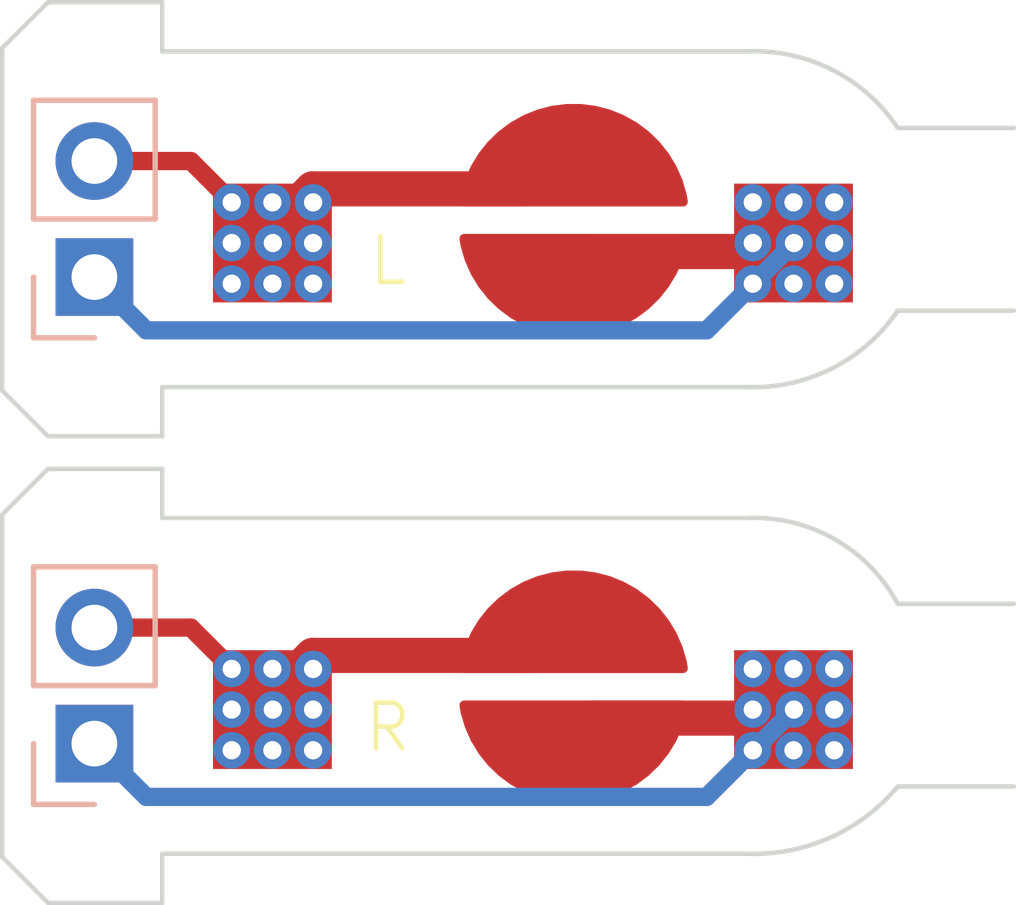
<source format=kicad_pcb>
(kicad_pcb (version 20221018) (generator pcbnew)
  (layers (0 "F.Cu" signal) (31 "B.Cu" signal) (34 "B.Paste" user) (35 "F.Paste" user) (36 "B.SilkS" user "B.Silkscreen") (37 "F.SilkS" user "F.Silkscreen") (38 "B.Mask" user) (39 "F.Mask" user) (44 "Edge.Cuts" user))
  (net 0 "")
  (net 1 "Net-(J1-Pad1)")
  (net 2 "Net-(J1-Pad2)")
  (net 3 "Net-(J2-Pad1)")
  (net 4 "Net-(J2-Pad2)")
  (footprint "PhobGCC_Footprints:breakaway-mousebites-double" (layer "F.Cu") (at 108.052107 69.108107 90)
    (fp_text reference "H2" hide)
    (fp_text value "MouseBiteRA" hide)
    (fp_line (start -2.233 -2.537893) (end -2.233 0.002107) (stroke (width 0.1)) (layer "Edge.Cuts"))
    (fp_line (start 1.767 -2.537893) (end 1.767 0.002107) (stroke (width 0.1)) (layer "Edge.Cuts"))
    (pad "" np_thru_hole circle (at -1.5 -2.26085 270) (size 0.7874 0.7874) (drill 0.7874) (layers "*.Cu" "*.Mask"))
    (pad "" np_thru_hole circle (at -1.5 -0.23 90) (size 0.7874 0.7874) (drill 0.7874) (layers "*.Cu" "*.Mask"))
    (pad "" np_thru_hole circle (at -0.23 -2.26085 270) (size 0.7874 0.7874) (drill 0.7874) (layers "*.Cu" "*.Mask"))
    (pad "" np_thru_hole circle (at -0.23 -0.23 90) (size 0.7874 0.7874) (drill 0.7874) (layers "*.Cu" "*.Mask"))
    (pad "" np_thru_hole circle (at 1.04 -2.26085 270) (size 0.7874 0.7874) (drill 0.7874) (layers "*.Cu" "*.Mask"))
    (pad "" np_thru_hole circle (at 1.04 -0.23 90) (size 0.7874 0.7874) (drill 0.7874) (layers "*.Cu" "*.Mask"))
  )
  (footprint "PhobGCC_Footprints:Trigger_Contact" (layer "F.Cu") (at 98.424257 69.15761 180)
    (fp_text reference "SW2" hide)
    (fp_text value "R" (at 4.06 -0.89) (layer "F.SilkS") (effects (font (thickness 0.1))))
    (pad "1" thru_hole circle (at -5.7 -1.39 180) (size 0.8 0.8) (drill 0.4) (layers "*.Cu" "*.Mask") (net 3 "Net-(J2-Pad1)"))
    (pad "1" thru_hole circle (at -5.7 -0.5 180) (size 0.8 0.8) (drill 0.4) (layers "*.Cu" "*.Mask") (net 3 "Net-(J2-Pad1)"))
    (pad "1" thru_hole circle (at -5.7 0.39 180) (size 0.8 0.8) (drill 0.4) (layers "*.Cu" "*.Mask") (net 3 "Net-(J2-Pad1)"))
    (pad "1" thru_hole circle (at -4.82 -0.5 180) (size 0.8 0.8) (drill 0.4) (layers "*.Cu" "*.Mask") (net 3 "Net-(J2-Pad1)"))
    (pad "1" thru_hole circle (at -4.81 -1.39 180) (size 0.8 0.8) (drill 0.4) (layers "*.Cu" "*.Mask") (net 3 "Net-(J2-Pad1)"))
    (pad "1" smd custom (at -4.81 -0.5 180) (size 1.524 1.524) (layers "F.Cu" "F.Paste" "F.Mask") (net 3 "Net-(J2-Pad1)") (options (clearance outline) (anchor circle)) (primitives (gr_rect (start -1.3 -1.3) (end 1.3 1.3) (width 0) (fill yes))))
    (pad "1" thru_hole circle (at -4.81 0.39 180) (size 0.8 0.8) (drill 0.4) (layers "*.Cu" "*.Mask") (net 3 "Net-(J2-Pad1)"))
    (pad "1" thru_hole circle (at -3.92 -1.39 180) (size 0.8 0.8) (drill 0.4) (layers "*.Cu" "*.Mask") (net 3 "Net-(J2-Pad1)"))
    (pad "1" thru_hole circle (at -3.92 -0.5 180) (size 0.8 0.8) (drill 0.4) (layers "*.Cu" "*.Mask") (net 3 "Net-(J2-Pad1)"))
    (pad "1" thru_hole circle (at -3.92 0.39 180) (size 0.8 0.8) (drill 0.4) (layers "*.Cu" "*.Mask") (net 3 "Net-(J2-Pad1)"))
    (pad "1" smd custom (at 0 -1.421886 180) (size 1.524 1.524) (layers "F.Cu" "F.Paste" "F.Mask") (net 3 "Net-(J2-Pad1)") (options (clearance outline) (anchor circle)) (primitives (gr_poly (pts (xy 2.4 1.021886) (xy 2.372946 0.868173) (xy 2.284539 0.568843) (xy 2.158541 0.283291) (xy 1.997027 0.016218) (xy 1.802655 -0.227983) (xy 1.578621 -0.445293) (xy 1.328613 -0.632137) (xy 1.056744 -0.785441) (xy 0.767487 -0.902682) (xy 0.465603 -0.981932) (xy 0.156057 -1.021885) (xy -0.156057 -1.021885) (xy -0.465603 -0.981932) (xy -0.767487 -0.902682) (xy -1.056744 -0.785441) (xy -1.328613 -0.632137) (xy -1.578621 -0.445293) (xy -1.802655 -0.227983) (xy -1.997027 0.016218) (xy -2.158541 0.283291) (xy -2.284539 0.568843) (xy -2.372946 0.868173) (xy -2.4 1.021886)) (width 0.2) (fill yes))))
    (pad "2" smd custom (at 0 1.421885 180) (size 1.524 1.524) (layers "F.Cu" "F.Paste" "F.Mask") (net 4 "Net-(J2-Pad2)") (options (clearance outline) (anchor circle)) (primitives (gr_poly (pts (xy -2.4 -1.021885) (xy -2.372946 -0.868172) (xy -2.284539 -0.568842) (xy -2.158541 -0.28329) (xy -1.997027 -0.016217) (xy -1.802655 0.227984) (xy -1.578621 0.445294) (xy -1.328613 0.632138) (xy -1.056744 0.785442) (xy -0.767487 0.902683) (xy -0.465603 0.981933) (xy -0.156057 1.021886) (xy 0.156057 1.021886) (xy 0.465603 0.981933) (xy 0.767487 0.902683) (xy 1.056744 0.785442) (xy 1.328613 0.632138) (xy 1.578621 0.445294) (xy 1.802655 0.227984) (xy 1.997027 -0.016217) (xy 2.158541 -0.28329) (xy 2.284539 -0.568842) (xy 2.372946 -0.868172) (xy 2.4 -1.021885)) (width 0.2) (fill yes))))
    (pad "2" thru_hole circle (at 5.7 -1.39 180) (size 0.8 0.8) (drill 0.4) (layers "*.Cu" "*.Mask") (net 4 "Net-(J2-Pad2)"))
    (pad "2" thru_hole circle (at 5.7 -0.5 180) (size 0.8 0.8) (drill 0.4) (layers "*.Cu" "*.Mask") (net 4 "Net-(J2-Pad2)"))
    (pad "2" thru_hole circle (at 5.7 0.39 180) (size 0.8 0.8) (drill 0.4) (layers "*.Cu" "*.Mask") (net 4 "Net-(J2-Pad2)"))
    (pad "2" thru_hole circle (at 6.58 -0.5 180) (size 0.8 0.8) (drill 0.4) (layers "*.Cu" "*.Mask") (net 4 "Net-(J2-Pad2)"))
    (pad "2" thru_hole circle (at 6.59 -1.39 180) (size 0.8 0.8) (drill 0.4) (layers "*.Cu" "*.Mask") (net 4 "Net-(J2-Pad2)"))
    (pad "2" smd custom (at 6.59 -0.5 180) (size 1.524 1.524) (layers "F.Cu" "F.Paste" "F.Mask") (net 4 "Net-(J2-Pad2)") (options (clearance outline) (anchor circle)) (primitives (gr_rect (start -1.3 -1.3) (end 1.3 1.3) (width 0) (fill yes))))
    (pad "2" thru_hole circle (at 6.59 0.39 180) (size 0.8 0.8) (drill 0.4) (layers "*.Cu" "*.Mask") (net 4 "Net-(J2-Pad2)"))
    (pad "2" thru_hole circle (at 7.48 -1.39 180) (size 0.8 0.8) (drill 0.4) (layers "*.Cu" "*.Mask") (net 4 "Net-(J2-Pad2)"))
    (pad "2" thru_hole circle (at 7.48 -0.5 180) (size 0.8 0.8) (drill 0.4) (layers "*.Cu" "*.Mask") (net 4 "Net-(J2-Pad2)"))
    (pad "2" thru_hole circle (at 7.48 0.39 180) (size 0.8 0.8) (drill 0.4) (layers "*.Cu" "*.Mask") (net 4 "Net-(J2-Pad2)"))
  )
  (footprint "PhobGCC_Footprints:Trigger_Contact" (layer "F.Cu") (at 98.424257 58.94461 180)
    (fp_text reference "SW1" hide)
    (fp_text value "L" (at 4.06 -0.89) (layer "F.SilkS") (effects (font (thickness 0.1))))
    (pad "1" thru_hole circle (at -5.7 -1.39 180) (size 0.8 0.8) (drill 0.4) (layers "*.Cu" "*.Mask") (net 1 "Net-(J1-Pad1)"))
    (pad "1" thru_hole circle (at -5.7 -0.5 180) (size 0.8 0.8) (drill 0.4) (layers "*.Cu" "*.Mask") (net 1 "Net-(J1-Pad1)"))
    (pad "1" thru_hole circle (at -5.7 0.39 180) (size 0.8 0.8) (drill 0.4) (layers "*.Cu" "*.Mask") (net 1 "Net-(J1-Pad1)"))
    (pad "1" thru_hole circle (at -4.82 -0.5 180) (size 0.8 0.8) (drill 0.4) (layers "*.Cu" "*.Mask") (net 1 "Net-(J1-Pad1)"))
    (pad "1" thru_hole circle (at -4.81 -1.39 180) (size 0.8 0.8) (drill 0.4) (layers "*.Cu" "*.Mask") (net 1 "Net-(J1-Pad1)"))
    (pad "1" smd custom (at -4.81 -0.5 180) (size 1.524 1.524) (layers "F.Cu" "F.Paste" "F.Mask") (net 1 "Net-(J1-Pad1)") (options (clearance outline) (anchor circle)) (primitives (gr_rect (start -1.3 -1.3) (end 1.3 1.3) (width 0) (fill yes))))
    (pad "1" thru_hole circle (at -4.81 0.39 180) (size 0.8 0.8) (drill 0.4) (layers "*.Cu" "*.Mask") (net 1 "Net-(J1-Pad1)"))
    (pad "1" thru_hole circle (at -3.92 -1.39 180) (size 0.8 0.8) (drill 0.4) (layers "*.Cu" "*.Mask") (net 1 "Net-(J1-Pad1)"))
    (pad "1" thru_hole circle (at -3.92 -0.5 180) (size 0.8 0.8) (drill 0.4) (layers "*.Cu" "*.Mask") (net 1 "Net-(J1-Pad1)"))
    (pad "1" thru_hole circle (at -3.92 0.39 180) (size 0.8 0.8) (drill 0.4) (layers "*.Cu" "*.Mask") (net 1 "Net-(J1-Pad1)"))
    (pad "1" smd custom (at 0 -1.421886 180) (size 1.524 1.524) (layers "F.Cu" "F.Paste" "F.Mask") (net 1 "Net-(J1-Pad1)") (options (clearance outline) (anchor circle)) (primitives (gr_poly (pts (xy 2.4 1.021886) (xy 2.372946 0.868173) (xy 2.284539 0.568843) (xy 2.158541 0.283291) (xy 1.997027 0.016218) (xy 1.802655 -0.227983) (xy 1.578621 -0.445293) (xy 1.328613 -0.632137) (xy 1.056744 -0.785441) (xy 0.767487 -0.902682) (xy 0.465603 -0.981932) (xy 0.156057 -1.021885) (xy -0.156057 -1.021885) (xy -0.465603 -0.981932) (xy -0.767487 -0.902682) (xy -1.056744 -0.785441) (xy -1.328613 -0.632137) (xy -1.578621 -0.445293) (xy -1.802655 -0.227983) (xy -1.997027 0.016218) (xy -2.158541 0.283291) (xy -2.284539 0.568843) (xy -2.372946 0.868173) (xy -2.4 1.021886)) (width 0.2) (fill yes))))
    (pad "2" smd custom (at 0 1.421885 180) (size 1.524 1.524) (layers "F.Cu" "F.Paste" "F.Mask") (net 2 "Net-(J1-Pad2)") (options (clearance outline) (anchor circle)) (primitives (gr_poly (pts (xy -2.4 -1.021885) (xy -2.372946 -0.868172) (xy -2.284539 -0.568842) (xy -2.158541 -0.28329) (xy -1.997027 -0.016217) (xy -1.802655 0.227984) (xy -1.578621 0.445294) (xy -1.328613 0.632138) (xy -1.056744 0.785442) (xy -0.767487 0.902683) (xy -0.465603 0.981933) (xy -0.156057 1.021886) (xy 0.156057 1.021886) (xy 0.465603 0.981933) (xy 0.767487 0.902683) (xy 1.056744 0.785442) (xy 1.328613 0.632138) (xy 1.578621 0.445294) (xy 1.802655 0.227984) (xy 1.997027 -0.016217) (xy 2.158541 -0.28329) (xy 2.284539 -0.568842) (xy 2.372946 -0.868172) (xy 2.4 -1.021885)) (width 0.2) (fill yes))))
    (pad "2" thru_hole circle (at 5.7 -1.39 180) (size 0.8 0.8) (drill 0.4) (layers "*.Cu" "*.Mask") (net 2 "Net-(J1-Pad2)"))
    (pad "2" thru_hole circle (at 5.7 -0.5 180) (size 0.8 0.8) (drill 0.4) (layers "*.Cu" "*.Mask") (net 2 "Net-(J1-Pad2)"))
    (pad "2" thru_hole circle (at 5.7 0.39 180) (size 0.8 0.8) (drill 0.4) (layers "*.Cu" "*.Mask") (net 2 "Net-(J1-Pad2)"))
    (pad "2" thru_hole circle (at 6.58 -0.5 180) (size 0.8 0.8) (drill 0.4) (layers "*.Cu" "*.Mask") (net 2 "Net-(J1-Pad2)"))
    (pad "2" thru_hole circle (at 6.59 -1.39 180) (size 0.8 0.8) (drill 0.4) (layers "*.Cu" "*.Mask") (net 2 "Net-(J1-Pad2)"))
    (pad "2" smd custom (at 6.59 -0.5 180) (size 1.524 1.524) (layers "F.Cu" "F.Paste" "F.Mask") (net 2 "Net-(J1-Pad2)") (options (clearance outline) (anchor circle)) (primitives (gr_rect (start -1.3 -1.3) (end 1.3 1.3) (width 0) (fill yes))))
    (pad "2" thru_hole circle (at 6.59 0.39 180) (size 0.8 0.8) (drill 0.4) (layers "*.Cu" "*.Mask") (net 2 "Net-(J1-Pad2)"))
    (pad "2" thru_hole circle (at 7.48 -1.39 180) (size 0.8 0.8) (drill 0.4) (layers "*.Cu" "*.Mask") (net 2 "Net-(J1-Pad2)"))
    (pad "2" thru_hole circle (at 7.48 -0.5 180) (size 0.8 0.8) (drill 0.4) (layers "*.Cu" "*.Mask") (net 2 "Net-(J1-Pad2)"))
    (pad "2" thru_hole circle (at 7.48 0.39 180) (size 0.8 0.8) (drill 0.4) (layers "*.Cu" "*.Mask") (net 2 "Net-(J1-Pad2)"))
  )
  (footprint "PhobGCC_Footprints:breakaway-mousebites-double" (layer "F.Cu") (at 108.052107 58.69161 90)
    (fp_text reference "H1" hide)
    (fp_text value "MouseBiteLA" hide)
    (fp_line (start -2.233 -2.537893) (end -2.233 0.002107) (stroke (width 0.1)) (layer "Edge.Cuts"))
    (fp_line (start 1.767 -2.537893) (end 1.767 0.002107) (stroke (width 0.1)) (layer "Edge.Cuts"))
    (pad "" np_thru_hole circle (at -1.5 -2.26085 270) (size 0.7874 0.7874) (drill 0.7874) (layers "*.Cu" "*.Mask"))
    (pad "" np_thru_hole circle (at -1.5 -0.23 90) (size 0.7874 0.7874) (drill 0.7874) (layers "*.Cu" "*.Mask"))
    (pad "" np_thru_hole circle (at -0.23 -2.26085 270) (size 0.7874 0.7874) (drill 0.7874) (layers "*.Cu" "*.Mask"))
    (pad "" np_thru_hole circle (at -0.23 -0.23 90) (size 0.7874 0.7874) (drill 0.7874) (layers "*.Cu" "*.Mask"))
    (pad "" np_thru_hole circle (at 1.04 -2.26085 270) (size 0.7874 0.7874) (drill 0.7874) (layers "*.Cu" "*.Mask"))
    (pad "" np_thru_hole circle (at 1.04 -0.23 90) (size 0.7874 0.7874) (drill 0.7874) (layers "*.Cu" "*.Mask"))
  )
  (footprint "PhobGCC_Footprints:Pin_Header_Straight_1x02_Pitch2.54mm" (layer "B.Cu") (at 87.939257 70.402607)
    (fp_text reference "J2" hide)
    (fp_text value "R" hide)
    (fp_line (start -1.33 -3.87) (end 1.33 -3.87) (stroke (width 0.12)) (layer "B.SilkS"))
    (fp_line (start -1.33 -1.27) (end -1.33 -3.87) (stroke (width 0.12)) (layer "B.SilkS"))
    (fp_line (start -1.33 -1.27) (end 1.33 -1.27) (stroke (width 0.12)) (layer "B.SilkS"))
    (fp_line (start -1.33 0) (end -1.33 1.33) (stroke (width 0.12)) (layer "B.SilkS"))
    (fp_line (start -1.33 1.33) (end 0 1.33) (stroke (width 0.12)) (layer "B.SilkS"))
    (fp_line (start 1.33 -1.27) (end 1.33 -3.87) (stroke (width 0.12)) (layer "B.SilkS"))
    (pad "1" thru_hole rect (at 0 0) (size 1.7 1.7) (drill 1) (layers "*.Cu" "*.Mask") (net 3 "Net-(J2-Pad1)"))
    (pad "2" thru_hole oval (at 0 -2.54) (size 1.7 1.7) (drill 1) (layers "*.Cu" "*.Mask") (net 4 "Net-(J2-Pad2)"))
  )
  (footprint "PhobGCC_Footprints:Pin_Header_Straight_1x02_Pitch2.54mm" (layer "B.Cu") (at 87.939257 60.189607)
    (fp_text reference "J1" hide)
    (fp_text value "L" hide)
    (fp_line (start -1.33 -3.87) (end 1.33 -3.87) (stroke (width 0.12)) (layer "B.SilkS"))
    (fp_line (start -1.33 -1.27) (end -1.33 -3.87) (stroke (width 0.12)) (layer "B.SilkS"))
    (fp_line (start -1.33 -1.27) (end 1.33 -1.27) (stroke (width 0.12)) (layer "B.SilkS"))
    (fp_line (start -1.33 0) (end -1.33 1.33) (stroke (width 0.12)) (layer "B.SilkS"))
    (fp_line (start -1.33 1.33) (end 0 1.33) (stroke (width 0.12)) (layer "B.SilkS"))
    (fp_line (start 1.33 -1.27) (end 1.33 -3.87) (stroke (width 0.12)) (layer "B.SilkS"))
    (pad "1" thru_hole rect (at 0 0) (size 1.7 1.7) (drill 1) (layers "*.Cu" "*.Mask") (net 1 "Net-(J1-Pad1)"))
    (pad "2" thru_hole oval (at 0 -2.54) (size 1.7 1.7) (drill 1) (layers "*.Cu" "*.Mask") (net 2 "Net-(J1-Pad2)"))
  )
  (gr_line (start 89.424257 62.59961) (end 102.224257 62.59961) (stroke (width 0.1)) (layer "Edge.Cuts"))
  (gr_arc (start 105.514214 60.92461) (mid 104.084555 62.18503) (end 102.224257 62.59961) (stroke (width 0.1)) (layer "Edge.Cuts"))
  (gr_line (start 86.924257 64.38761) (end 89.424257 64.38761) (stroke (width 0.1)) (layer "Edge.Cuts"))
  (gr_line (start 89.424257 63.67461) (end 89.424257 62.59961) (stroke (width 0.1)) (layer "Edge.Cuts"))
  (gr_line (start 89.424257 73.88761) (end 89.424257 72.81261) (stroke (width 0.1)) (layer "Edge.Cuts"))
  (gr_arc (start 102.224257 55.24961) (mid 104.088615 55.656215) (end 105.514214 56.92461) (stroke (width 0.1)) (layer "Edge.Cuts"))
  (gr_line (start 86.924257 54.17461) (end 89.424257 54.17461) (stroke (width 0.1)) (layer "Edge.Cuts"))
  (gr_line (start 85.924257 62.67461) (end 85.924257 55.17461) (stroke (width 0.1)) (layer "Edge.Cuts"))
  (gr_line (start 89.424257 65.46261) (end 102.224257 65.46261) (stroke (width 0.1)) (layer "Edge.Cuts"))
  (gr_line (start 86.924257 64.38761) (end 85.924257 65.38761) (stroke (width 0.1)) (layer "Edge.Cuts"))
  (gr_line (start 89.424257 55.24961) (end 89.424257 54.17461) (stroke (width 0.1)) (layer "Edge.Cuts"))
  (gr_arc (start 102.224257 65.46261) (mid 104.138511 65.930255) (end 105.514214 67.341107) (stroke (width 0.1)) (layer "Edge.Cuts"))
  (gr_line (start 86.924257 63.67461) (end 89.424257 63.67461) (stroke (width 0.1)) (layer "Edge.Cuts"))
  (gr_line (start 89.424257 55.24961) (end 102.224257 55.24961) (stroke (width 0.1)) (layer "Edge.Cuts"))
  (gr_line (start 86.924257 73.88761) (end 89.424257 73.88761) (stroke (width 0.1)) (layer "Edge.Cuts"))
  (gr_line (start 89.424257 65.46261) (end 89.424257 64.38761) (stroke (width 0.1)) (layer "Edge.Cuts"))
  (gr_line (start 85.924257 72.88761) (end 85.924257 65.38761) (stroke (width 0.1)) (layer "Edge.Cuts"))
  (gr_line (start 89.424257 72.81261) (end 102.224257 72.81261) (stroke (width 0.1)) (layer "Edge.Cuts"))
  (gr_arc (start 105.514214 71.341107) (mid 104.03948 72.457488) (end 102.224257 72.81261) (stroke (width 0.1)) (layer "Edge.Cuts"))
  (gr_line (start 85.924257 72.88761) (end 86.924257 73.88761) (stroke (width 0.1)) (layer "Edge.Cuts"))
  (gr_line (start 86.924257 54.17461) (end 85.924257 55.17461) (stroke (width 0.1)) (layer "Edge.Cuts"))
  (gr_line (start 85.924257 62.67461) (end 86.924257 63.67461) (stroke (width 0.1)) (layer "Edge.Cuts"))
  (segment (start 98.844143 59.63061) (end 102.732257 59.63061) (width 0.77) (layer "F.Cu") (net 1))
  (segment (start 98.108257 60.366496) (end 98.844143 59.63061) (width 0.77) (layer "F.Cu") (net 1))
  (segment (start 102.732257 59.63061) (end 102.918257 59.44461) (width 0.77) (layer "F.Cu") (net 1))
  (segment (start 87.918257 60.19961) (end 89.07426 61.355613) (width 0.4) (layer "B.Cu") (net 1))
  (segment (start 101.333254 61.355613) (end 103.244257 59.44461) (width 0.4) (layer "B.Cu") (net 1))
  (segment (start 89.07426 61.355613) (end 101.333254 61.355613) (width 0.4) (layer "B.Cu") (net 1))
  (segment (start 98.108257 57.522725) (end 97.372372 58.25861) (width 0.77) (layer "F.Cu") (net 2))
  (segment (start 87.939257 57.649607) (end 90.049254 57.649607) (width 0.4) (layer "F.Cu") (net 2))
  (segment (start 97.372372 58.25861) (end 92.714257 58.25861) (width 0.77) (layer "F.Cu") (net 2))
  (segment (start 92.714257 58.25861) (end 91.528257 59.44461) (width 0.77) (layer "F.Cu") (net 2))
  (segment (start 90.049254 57.649607) (end 91.844257 59.44461) (width 0.4) (layer "F.Cu") (net 2))
  (segment (start 98.844143 69.84361) (end 102.732257 69.84361) (width 0.77) (layer "F.Cu") (net 3))
  (segment (start 102.732257 69.84361) (end 102.918257 69.65761) (width 0.77) (layer "F.Cu") (net 3))
  (segment (start 98.108257 70.579496) (end 98.844143 69.84361) (width 0.77) (layer "F.Cu") (net 3))
  (segment (start 89.07426 71.568613) (end 101.333254 71.568613) (width 0.4) (layer "B.Cu") (net 3))
  (segment (start 101.333254 71.568613) (end 103.244257 69.65761) (width 0.4) (layer "B.Cu") (net 3))
  (segment (start 87.918257 70.41261) (end 89.07426 71.568613) (width 0.4) (layer "B.Cu") (net 3))
  (segment (start 98.108257 67.735725) (end 97.372372 68.47161) (width 0.77) (layer "F.Cu") (net 4))
  (segment (start 87.939257 67.862607) (end 90.049254 67.862607) (width 0.4) (layer "F.Cu") (net 4))
  (segment (start 97.372372 68.47161) (end 92.714257 68.47161) (width 0.77) (layer "F.Cu") (net 4))
  (segment (start 90.049254 67.862607) (end 91.844257 69.65761) (width 0.4) (layer "F.Cu") (net 4))
  (segment (start 92.714257 68.47161) (end 91.528257 69.65761) (width 0.77) (layer "F.Cu") (net 4))
)
</source>
